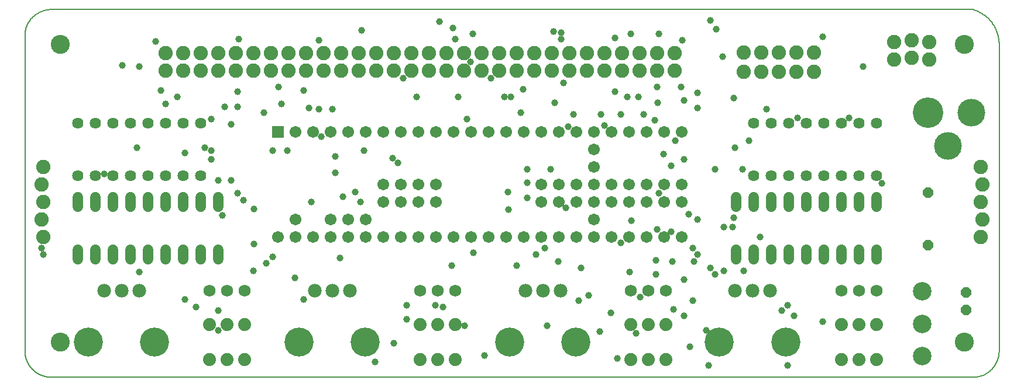
<source format=gts>
G75*
%MOIN*%
%OFA0B0*%
%FSLAX25Y25*%
%IPPOS*%
%LPD*%
%AMOC8*
5,1,8,0,0,1.08239X$1,22.5*
%
%ADD10C,0.00000*%
%ADD11C,0.10800*%
%ADD12C,0.00600*%
%ADD13C,0.08200*%
%ADD14C,0.06000*%
%ADD15C,0.06400*%
%ADD16C,0.07400*%
%ADD17C,0.07800*%
%ADD18C,0.16548*%
%ADD19C,0.06800*%
%ADD20C,0.17398*%
%ADD21C,0.15824*%
%ADD22OC8,0.06000*%
%ADD23C,0.10544*%
%ADD24C,0.06737*%
%ADD25R,0.06737X0.06737*%
%ADD26C,0.03900*%
D10*
X0019000Y0021300D02*
X0019002Y0021441D01*
X0019008Y0021582D01*
X0019018Y0021722D01*
X0019032Y0021862D01*
X0019050Y0022002D01*
X0019071Y0022141D01*
X0019097Y0022280D01*
X0019126Y0022418D01*
X0019160Y0022554D01*
X0019197Y0022690D01*
X0019238Y0022825D01*
X0019283Y0022959D01*
X0019332Y0023091D01*
X0019384Y0023222D01*
X0019440Y0023351D01*
X0019500Y0023478D01*
X0019563Y0023604D01*
X0019629Y0023728D01*
X0019700Y0023851D01*
X0019773Y0023971D01*
X0019850Y0024089D01*
X0019930Y0024205D01*
X0020014Y0024318D01*
X0020100Y0024429D01*
X0020190Y0024538D01*
X0020283Y0024644D01*
X0020378Y0024747D01*
X0020477Y0024848D01*
X0020578Y0024946D01*
X0020682Y0025041D01*
X0020789Y0025133D01*
X0020898Y0025222D01*
X0021010Y0025307D01*
X0021124Y0025390D01*
X0021240Y0025470D01*
X0021359Y0025546D01*
X0021480Y0025618D01*
X0021602Y0025688D01*
X0021727Y0025753D01*
X0021853Y0025816D01*
X0021981Y0025874D01*
X0022111Y0025929D01*
X0022242Y0025981D01*
X0022375Y0026028D01*
X0022509Y0026072D01*
X0022644Y0026113D01*
X0022780Y0026149D01*
X0022917Y0026181D01*
X0023055Y0026210D01*
X0023193Y0026235D01*
X0023333Y0026255D01*
X0023473Y0026272D01*
X0023613Y0026285D01*
X0023754Y0026294D01*
X0023894Y0026299D01*
X0024035Y0026300D01*
X0024176Y0026297D01*
X0024317Y0026290D01*
X0024457Y0026279D01*
X0024597Y0026264D01*
X0024737Y0026245D01*
X0024876Y0026223D01*
X0025014Y0026196D01*
X0025152Y0026166D01*
X0025288Y0026131D01*
X0025424Y0026093D01*
X0025558Y0026051D01*
X0025692Y0026005D01*
X0025824Y0025956D01*
X0025954Y0025902D01*
X0026083Y0025845D01*
X0026210Y0025785D01*
X0026336Y0025721D01*
X0026459Y0025653D01*
X0026581Y0025582D01*
X0026701Y0025508D01*
X0026818Y0025430D01*
X0026933Y0025349D01*
X0027046Y0025265D01*
X0027157Y0025178D01*
X0027265Y0025087D01*
X0027370Y0024994D01*
X0027473Y0024897D01*
X0027573Y0024798D01*
X0027670Y0024696D01*
X0027764Y0024591D01*
X0027855Y0024484D01*
X0027943Y0024374D01*
X0028028Y0024262D01*
X0028110Y0024147D01*
X0028189Y0024030D01*
X0028264Y0023911D01*
X0028336Y0023790D01*
X0028404Y0023667D01*
X0028469Y0023542D01*
X0028531Y0023415D01*
X0028588Y0023286D01*
X0028643Y0023156D01*
X0028693Y0023025D01*
X0028740Y0022892D01*
X0028783Y0022758D01*
X0028822Y0022622D01*
X0028857Y0022486D01*
X0028889Y0022349D01*
X0028916Y0022211D01*
X0028940Y0022072D01*
X0028960Y0021932D01*
X0028976Y0021792D01*
X0028988Y0021652D01*
X0028996Y0021511D01*
X0029000Y0021370D01*
X0029000Y0021230D01*
X0028996Y0021089D01*
X0028988Y0020948D01*
X0028976Y0020808D01*
X0028960Y0020668D01*
X0028940Y0020528D01*
X0028916Y0020389D01*
X0028889Y0020251D01*
X0028857Y0020114D01*
X0028822Y0019978D01*
X0028783Y0019842D01*
X0028740Y0019708D01*
X0028693Y0019575D01*
X0028643Y0019444D01*
X0028588Y0019314D01*
X0028531Y0019185D01*
X0028469Y0019058D01*
X0028404Y0018933D01*
X0028336Y0018810D01*
X0028264Y0018689D01*
X0028189Y0018570D01*
X0028110Y0018453D01*
X0028028Y0018338D01*
X0027943Y0018226D01*
X0027855Y0018116D01*
X0027764Y0018009D01*
X0027670Y0017904D01*
X0027573Y0017802D01*
X0027473Y0017703D01*
X0027370Y0017606D01*
X0027265Y0017513D01*
X0027157Y0017422D01*
X0027046Y0017335D01*
X0026933Y0017251D01*
X0026818Y0017170D01*
X0026701Y0017092D01*
X0026581Y0017018D01*
X0026459Y0016947D01*
X0026336Y0016879D01*
X0026210Y0016815D01*
X0026083Y0016755D01*
X0025954Y0016698D01*
X0025824Y0016644D01*
X0025692Y0016595D01*
X0025558Y0016549D01*
X0025424Y0016507D01*
X0025288Y0016469D01*
X0025152Y0016434D01*
X0025014Y0016404D01*
X0024876Y0016377D01*
X0024737Y0016355D01*
X0024597Y0016336D01*
X0024457Y0016321D01*
X0024317Y0016310D01*
X0024176Y0016303D01*
X0024035Y0016300D01*
X0023894Y0016301D01*
X0023754Y0016306D01*
X0023613Y0016315D01*
X0023473Y0016328D01*
X0023333Y0016345D01*
X0023193Y0016365D01*
X0023055Y0016390D01*
X0022917Y0016419D01*
X0022780Y0016451D01*
X0022644Y0016487D01*
X0022509Y0016528D01*
X0022375Y0016572D01*
X0022242Y0016619D01*
X0022111Y0016671D01*
X0021981Y0016726D01*
X0021853Y0016784D01*
X0021727Y0016847D01*
X0021602Y0016912D01*
X0021480Y0016982D01*
X0021359Y0017054D01*
X0021240Y0017130D01*
X0021124Y0017210D01*
X0021010Y0017293D01*
X0020898Y0017378D01*
X0020789Y0017467D01*
X0020682Y0017559D01*
X0020578Y0017654D01*
X0020477Y0017752D01*
X0020378Y0017853D01*
X0020283Y0017956D01*
X0020190Y0018062D01*
X0020100Y0018171D01*
X0020014Y0018282D01*
X0019930Y0018395D01*
X0019850Y0018511D01*
X0019773Y0018629D01*
X0019700Y0018749D01*
X0019629Y0018872D01*
X0019563Y0018996D01*
X0019500Y0019122D01*
X0019440Y0019249D01*
X0019384Y0019378D01*
X0019332Y0019509D01*
X0019283Y0019641D01*
X0019238Y0019775D01*
X0019197Y0019910D01*
X0019160Y0020046D01*
X0019126Y0020182D01*
X0019097Y0020320D01*
X0019071Y0020459D01*
X0019050Y0020598D01*
X0019032Y0020738D01*
X0019018Y0020878D01*
X0019008Y0021018D01*
X0019002Y0021159D01*
X0019000Y0021300D01*
X0019000Y0191300D02*
X0019002Y0191441D01*
X0019008Y0191582D01*
X0019018Y0191722D01*
X0019032Y0191862D01*
X0019050Y0192002D01*
X0019071Y0192141D01*
X0019097Y0192280D01*
X0019126Y0192418D01*
X0019160Y0192554D01*
X0019197Y0192690D01*
X0019238Y0192825D01*
X0019283Y0192959D01*
X0019332Y0193091D01*
X0019384Y0193222D01*
X0019440Y0193351D01*
X0019500Y0193478D01*
X0019563Y0193604D01*
X0019629Y0193728D01*
X0019700Y0193851D01*
X0019773Y0193971D01*
X0019850Y0194089D01*
X0019930Y0194205D01*
X0020014Y0194318D01*
X0020100Y0194429D01*
X0020190Y0194538D01*
X0020283Y0194644D01*
X0020378Y0194747D01*
X0020477Y0194848D01*
X0020578Y0194946D01*
X0020682Y0195041D01*
X0020789Y0195133D01*
X0020898Y0195222D01*
X0021010Y0195307D01*
X0021124Y0195390D01*
X0021240Y0195470D01*
X0021359Y0195546D01*
X0021480Y0195618D01*
X0021602Y0195688D01*
X0021727Y0195753D01*
X0021853Y0195816D01*
X0021981Y0195874D01*
X0022111Y0195929D01*
X0022242Y0195981D01*
X0022375Y0196028D01*
X0022509Y0196072D01*
X0022644Y0196113D01*
X0022780Y0196149D01*
X0022917Y0196181D01*
X0023055Y0196210D01*
X0023193Y0196235D01*
X0023333Y0196255D01*
X0023473Y0196272D01*
X0023613Y0196285D01*
X0023754Y0196294D01*
X0023894Y0196299D01*
X0024035Y0196300D01*
X0024176Y0196297D01*
X0024317Y0196290D01*
X0024457Y0196279D01*
X0024597Y0196264D01*
X0024737Y0196245D01*
X0024876Y0196223D01*
X0025014Y0196196D01*
X0025152Y0196166D01*
X0025288Y0196131D01*
X0025424Y0196093D01*
X0025558Y0196051D01*
X0025692Y0196005D01*
X0025824Y0195956D01*
X0025954Y0195902D01*
X0026083Y0195845D01*
X0026210Y0195785D01*
X0026336Y0195721D01*
X0026459Y0195653D01*
X0026581Y0195582D01*
X0026701Y0195508D01*
X0026818Y0195430D01*
X0026933Y0195349D01*
X0027046Y0195265D01*
X0027157Y0195178D01*
X0027265Y0195087D01*
X0027370Y0194994D01*
X0027473Y0194897D01*
X0027573Y0194798D01*
X0027670Y0194696D01*
X0027764Y0194591D01*
X0027855Y0194484D01*
X0027943Y0194374D01*
X0028028Y0194262D01*
X0028110Y0194147D01*
X0028189Y0194030D01*
X0028264Y0193911D01*
X0028336Y0193790D01*
X0028404Y0193667D01*
X0028469Y0193542D01*
X0028531Y0193415D01*
X0028588Y0193286D01*
X0028643Y0193156D01*
X0028693Y0193025D01*
X0028740Y0192892D01*
X0028783Y0192758D01*
X0028822Y0192622D01*
X0028857Y0192486D01*
X0028889Y0192349D01*
X0028916Y0192211D01*
X0028940Y0192072D01*
X0028960Y0191932D01*
X0028976Y0191792D01*
X0028988Y0191652D01*
X0028996Y0191511D01*
X0029000Y0191370D01*
X0029000Y0191230D01*
X0028996Y0191089D01*
X0028988Y0190948D01*
X0028976Y0190808D01*
X0028960Y0190668D01*
X0028940Y0190528D01*
X0028916Y0190389D01*
X0028889Y0190251D01*
X0028857Y0190114D01*
X0028822Y0189978D01*
X0028783Y0189842D01*
X0028740Y0189708D01*
X0028693Y0189575D01*
X0028643Y0189444D01*
X0028588Y0189314D01*
X0028531Y0189185D01*
X0028469Y0189058D01*
X0028404Y0188933D01*
X0028336Y0188810D01*
X0028264Y0188689D01*
X0028189Y0188570D01*
X0028110Y0188453D01*
X0028028Y0188338D01*
X0027943Y0188226D01*
X0027855Y0188116D01*
X0027764Y0188009D01*
X0027670Y0187904D01*
X0027573Y0187802D01*
X0027473Y0187703D01*
X0027370Y0187606D01*
X0027265Y0187513D01*
X0027157Y0187422D01*
X0027046Y0187335D01*
X0026933Y0187251D01*
X0026818Y0187170D01*
X0026701Y0187092D01*
X0026581Y0187018D01*
X0026459Y0186947D01*
X0026336Y0186879D01*
X0026210Y0186815D01*
X0026083Y0186755D01*
X0025954Y0186698D01*
X0025824Y0186644D01*
X0025692Y0186595D01*
X0025558Y0186549D01*
X0025424Y0186507D01*
X0025288Y0186469D01*
X0025152Y0186434D01*
X0025014Y0186404D01*
X0024876Y0186377D01*
X0024737Y0186355D01*
X0024597Y0186336D01*
X0024457Y0186321D01*
X0024317Y0186310D01*
X0024176Y0186303D01*
X0024035Y0186300D01*
X0023894Y0186301D01*
X0023754Y0186306D01*
X0023613Y0186315D01*
X0023473Y0186328D01*
X0023333Y0186345D01*
X0023193Y0186365D01*
X0023055Y0186390D01*
X0022917Y0186419D01*
X0022780Y0186451D01*
X0022644Y0186487D01*
X0022509Y0186528D01*
X0022375Y0186572D01*
X0022242Y0186619D01*
X0022111Y0186671D01*
X0021981Y0186726D01*
X0021853Y0186784D01*
X0021727Y0186847D01*
X0021602Y0186912D01*
X0021480Y0186982D01*
X0021359Y0187054D01*
X0021240Y0187130D01*
X0021124Y0187210D01*
X0021010Y0187293D01*
X0020898Y0187378D01*
X0020789Y0187467D01*
X0020682Y0187559D01*
X0020578Y0187654D01*
X0020477Y0187752D01*
X0020378Y0187853D01*
X0020283Y0187956D01*
X0020190Y0188062D01*
X0020100Y0188171D01*
X0020014Y0188282D01*
X0019930Y0188395D01*
X0019850Y0188511D01*
X0019773Y0188629D01*
X0019700Y0188749D01*
X0019629Y0188872D01*
X0019563Y0188996D01*
X0019500Y0189122D01*
X0019440Y0189249D01*
X0019384Y0189378D01*
X0019332Y0189509D01*
X0019283Y0189641D01*
X0019238Y0189775D01*
X0019197Y0189910D01*
X0019160Y0190046D01*
X0019126Y0190182D01*
X0019097Y0190320D01*
X0019071Y0190459D01*
X0019050Y0190598D01*
X0019032Y0190738D01*
X0019018Y0190878D01*
X0019008Y0191018D01*
X0019002Y0191159D01*
X0019000Y0191300D01*
X0534000Y0191300D02*
X0534002Y0191441D01*
X0534008Y0191582D01*
X0534018Y0191722D01*
X0534032Y0191862D01*
X0534050Y0192002D01*
X0534071Y0192141D01*
X0534097Y0192280D01*
X0534126Y0192418D01*
X0534160Y0192554D01*
X0534197Y0192690D01*
X0534238Y0192825D01*
X0534283Y0192959D01*
X0534332Y0193091D01*
X0534384Y0193222D01*
X0534440Y0193351D01*
X0534500Y0193478D01*
X0534563Y0193604D01*
X0534629Y0193728D01*
X0534700Y0193851D01*
X0534773Y0193971D01*
X0534850Y0194089D01*
X0534930Y0194205D01*
X0535014Y0194318D01*
X0535100Y0194429D01*
X0535190Y0194538D01*
X0535283Y0194644D01*
X0535378Y0194747D01*
X0535477Y0194848D01*
X0535578Y0194946D01*
X0535682Y0195041D01*
X0535789Y0195133D01*
X0535898Y0195222D01*
X0536010Y0195307D01*
X0536124Y0195390D01*
X0536240Y0195470D01*
X0536359Y0195546D01*
X0536480Y0195618D01*
X0536602Y0195688D01*
X0536727Y0195753D01*
X0536853Y0195816D01*
X0536981Y0195874D01*
X0537111Y0195929D01*
X0537242Y0195981D01*
X0537375Y0196028D01*
X0537509Y0196072D01*
X0537644Y0196113D01*
X0537780Y0196149D01*
X0537917Y0196181D01*
X0538055Y0196210D01*
X0538193Y0196235D01*
X0538333Y0196255D01*
X0538473Y0196272D01*
X0538613Y0196285D01*
X0538754Y0196294D01*
X0538894Y0196299D01*
X0539035Y0196300D01*
X0539176Y0196297D01*
X0539317Y0196290D01*
X0539457Y0196279D01*
X0539597Y0196264D01*
X0539737Y0196245D01*
X0539876Y0196223D01*
X0540014Y0196196D01*
X0540152Y0196166D01*
X0540288Y0196131D01*
X0540424Y0196093D01*
X0540558Y0196051D01*
X0540692Y0196005D01*
X0540824Y0195956D01*
X0540954Y0195902D01*
X0541083Y0195845D01*
X0541210Y0195785D01*
X0541336Y0195721D01*
X0541459Y0195653D01*
X0541581Y0195582D01*
X0541701Y0195508D01*
X0541818Y0195430D01*
X0541933Y0195349D01*
X0542046Y0195265D01*
X0542157Y0195178D01*
X0542265Y0195087D01*
X0542370Y0194994D01*
X0542473Y0194897D01*
X0542573Y0194798D01*
X0542670Y0194696D01*
X0542764Y0194591D01*
X0542855Y0194484D01*
X0542943Y0194374D01*
X0543028Y0194262D01*
X0543110Y0194147D01*
X0543189Y0194030D01*
X0543264Y0193911D01*
X0543336Y0193790D01*
X0543404Y0193667D01*
X0543469Y0193542D01*
X0543531Y0193415D01*
X0543588Y0193286D01*
X0543643Y0193156D01*
X0543693Y0193025D01*
X0543740Y0192892D01*
X0543783Y0192758D01*
X0543822Y0192622D01*
X0543857Y0192486D01*
X0543889Y0192349D01*
X0543916Y0192211D01*
X0543940Y0192072D01*
X0543960Y0191932D01*
X0543976Y0191792D01*
X0543988Y0191652D01*
X0543996Y0191511D01*
X0544000Y0191370D01*
X0544000Y0191230D01*
X0543996Y0191089D01*
X0543988Y0190948D01*
X0543976Y0190808D01*
X0543960Y0190668D01*
X0543940Y0190528D01*
X0543916Y0190389D01*
X0543889Y0190251D01*
X0543857Y0190114D01*
X0543822Y0189978D01*
X0543783Y0189842D01*
X0543740Y0189708D01*
X0543693Y0189575D01*
X0543643Y0189444D01*
X0543588Y0189314D01*
X0543531Y0189185D01*
X0543469Y0189058D01*
X0543404Y0188933D01*
X0543336Y0188810D01*
X0543264Y0188689D01*
X0543189Y0188570D01*
X0543110Y0188453D01*
X0543028Y0188338D01*
X0542943Y0188226D01*
X0542855Y0188116D01*
X0542764Y0188009D01*
X0542670Y0187904D01*
X0542573Y0187802D01*
X0542473Y0187703D01*
X0542370Y0187606D01*
X0542265Y0187513D01*
X0542157Y0187422D01*
X0542046Y0187335D01*
X0541933Y0187251D01*
X0541818Y0187170D01*
X0541701Y0187092D01*
X0541581Y0187018D01*
X0541459Y0186947D01*
X0541336Y0186879D01*
X0541210Y0186815D01*
X0541083Y0186755D01*
X0540954Y0186698D01*
X0540824Y0186644D01*
X0540692Y0186595D01*
X0540558Y0186549D01*
X0540424Y0186507D01*
X0540288Y0186469D01*
X0540152Y0186434D01*
X0540014Y0186404D01*
X0539876Y0186377D01*
X0539737Y0186355D01*
X0539597Y0186336D01*
X0539457Y0186321D01*
X0539317Y0186310D01*
X0539176Y0186303D01*
X0539035Y0186300D01*
X0538894Y0186301D01*
X0538754Y0186306D01*
X0538613Y0186315D01*
X0538473Y0186328D01*
X0538333Y0186345D01*
X0538193Y0186365D01*
X0538055Y0186390D01*
X0537917Y0186419D01*
X0537780Y0186451D01*
X0537644Y0186487D01*
X0537509Y0186528D01*
X0537375Y0186572D01*
X0537242Y0186619D01*
X0537111Y0186671D01*
X0536981Y0186726D01*
X0536853Y0186784D01*
X0536727Y0186847D01*
X0536602Y0186912D01*
X0536480Y0186982D01*
X0536359Y0187054D01*
X0536240Y0187130D01*
X0536124Y0187210D01*
X0536010Y0187293D01*
X0535898Y0187378D01*
X0535789Y0187467D01*
X0535682Y0187559D01*
X0535578Y0187654D01*
X0535477Y0187752D01*
X0535378Y0187853D01*
X0535283Y0187956D01*
X0535190Y0188062D01*
X0535100Y0188171D01*
X0535014Y0188282D01*
X0534930Y0188395D01*
X0534850Y0188511D01*
X0534773Y0188629D01*
X0534700Y0188749D01*
X0534629Y0188872D01*
X0534563Y0188996D01*
X0534500Y0189122D01*
X0534440Y0189249D01*
X0534384Y0189378D01*
X0534332Y0189509D01*
X0534283Y0189641D01*
X0534238Y0189775D01*
X0534197Y0189910D01*
X0534160Y0190046D01*
X0534126Y0190182D01*
X0534097Y0190320D01*
X0534071Y0190459D01*
X0534050Y0190598D01*
X0534032Y0190738D01*
X0534018Y0190878D01*
X0534008Y0191018D01*
X0534002Y0191159D01*
X0534000Y0191300D01*
X0534000Y0021300D02*
X0534002Y0021441D01*
X0534008Y0021582D01*
X0534018Y0021722D01*
X0534032Y0021862D01*
X0534050Y0022002D01*
X0534071Y0022141D01*
X0534097Y0022280D01*
X0534126Y0022418D01*
X0534160Y0022554D01*
X0534197Y0022690D01*
X0534238Y0022825D01*
X0534283Y0022959D01*
X0534332Y0023091D01*
X0534384Y0023222D01*
X0534440Y0023351D01*
X0534500Y0023478D01*
X0534563Y0023604D01*
X0534629Y0023728D01*
X0534700Y0023851D01*
X0534773Y0023971D01*
X0534850Y0024089D01*
X0534930Y0024205D01*
X0535014Y0024318D01*
X0535100Y0024429D01*
X0535190Y0024538D01*
X0535283Y0024644D01*
X0535378Y0024747D01*
X0535477Y0024848D01*
X0535578Y0024946D01*
X0535682Y0025041D01*
X0535789Y0025133D01*
X0535898Y0025222D01*
X0536010Y0025307D01*
X0536124Y0025390D01*
X0536240Y0025470D01*
X0536359Y0025546D01*
X0536480Y0025618D01*
X0536602Y0025688D01*
X0536727Y0025753D01*
X0536853Y0025816D01*
X0536981Y0025874D01*
X0537111Y0025929D01*
X0537242Y0025981D01*
X0537375Y0026028D01*
X0537509Y0026072D01*
X0537644Y0026113D01*
X0537780Y0026149D01*
X0537917Y0026181D01*
X0538055Y0026210D01*
X0538193Y0026235D01*
X0538333Y0026255D01*
X0538473Y0026272D01*
X0538613Y0026285D01*
X0538754Y0026294D01*
X0538894Y0026299D01*
X0539035Y0026300D01*
X0539176Y0026297D01*
X0539317Y0026290D01*
X0539457Y0026279D01*
X0539597Y0026264D01*
X0539737Y0026245D01*
X0539876Y0026223D01*
X0540014Y0026196D01*
X0540152Y0026166D01*
X0540288Y0026131D01*
X0540424Y0026093D01*
X0540558Y0026051D01*
X0540692Y0026005D01*
X0540824Y0025956D01*
X0540954Y0025902D01*
X0541083Y0025845D01*
X0541210Y0025785D01*
X0541336Y0025721D01*
X0541459Y0025653D01*
X0541581Y0025582D01*
X0541701Y0025508D01*
X0541818Y0025430D01*
X0541933Y0025349D01*
X0542046Y0025265D01*
X0542157Y0025178D01*
X0542265Y0025087D01*
X0542370Y0024994D01*
X0542473Y0024897D01*
X0542573Y0024798D01*
X0542670Y0024696D01*
X0542764Y0024591D01*
X0542855Y0024484D01*
X0542943Y0024374D01*
X0543028Y0024262D01*
X0543110Y0024147D01*
X0543189Y0024030D01*
X0543264Y0023911D01*
X0543336Y0023790D01*
X0543404Y0023667D01*
X0543469Y0023542D01*
X0543531Y0023415D01*
X0543588Y0023286D01*
X0543643Y0023156D01*
X0543693Y0023025D01*
X0543740Y0022892D01*
X0543783Y0022758D01*
X0543822Y0022622D01*
X0543857Y0022486D01*
X0543889Y0022349D01*
X0543916Y0022211D01*
X0543940Y0022072D01*
X0543960Y0021932D01*
X0543976Y0021792D01*
X0543988Y0021652D01*
X0543996Y0021511D01*
X0544000Y0021370D01*
X0544000Y0021230D01*
X0543996Y0021089D01*
X0543988Y0020948D01*
X0543976Y0020808D01*
X0543960Y0020668D01*
X0543940Y0020528D01*
X0543916Y0020389D01*
X0543889Y0020251D01*
X0543857Y0020114D01*
X0543822Y0019978D01*
X0543783Y0019842D01*
X0543740Y0019708D01*
X0543693Y0019575D01*
X0543643Y0019444D01*
X0543588Y0019314D01*
X0543531Y0019185D01*
X0543469Y0019058D01*
X0543404Y0018933D01*
X0543336Y0018810D01*
X0543264Y0018689D01*
X0543189Y0018570D01*
X0543110Y0018453D01*
X0543028Y0018338D01*
X0542943Y0018226D01*
X0542855Y0018116D01*
X0542764Y0018009D01*
X0542670Y0017904D01*
X0542573Y0017802D01*
X0542473Y0017703D01*
X0542370Y0017606D01*
X0542265Y0017513D01*
X0542157Y0017422D01*
X0542046Y0017335D01*
X0541933Y0017251D01*
X0541818Y0017170D01*
X0541701Y0017092D01*
X0541581Y0017018D01*
X0541459Y0016947D01*
X0541336Y0016879D01*
X0541210Y0016815D01*
X0541083Y0016755D01*
X0540954Y0016698D01*
X0540824Y0016644D01*
X0540692Y0016595D01*
X0540558Y0016549D01*
X0540424Y0016507D01*
X0540288Y0016469D01*
X0540152Y0016434D01*
X0540014Y0016404D01*
X0539876Y0016377D01*
X0539737Y0016355D01*
X0539597Y0016336D01*
X0539457Y0016321D01*
X0539317Y0016310D01*
X0539176Y0016303D01*
X0539035Y0016300D01*
X0538894Y0016301D01*
X0538754Y0016306D01*
X0538613Y0016315D01*
X0538473Y0016328D01*
X0538333Y0016345D01*
X0538193Y0016365D01*
X0538055Y0016390D01*
X0537917Y0016419D01*
X0537780Y0016451D01*
X0537644Y0016487D01*
X0537509Y0016528D01*
X0537375Y0016572D01*
X0537242Y0016619D01*
X0537111Y0016671D01*
X0536981Y0016726D01*
X0536853Y0016784D01*
X0536727Y0016847D01*
X0536602Y0016912D01*
X0536480Y0016982D01*
X0536359Y0017054D01*
X0536240Y0017130D01*
X0536124Y0017210D01*
X0536010Y0017293D01*
X0535898Y0017378D01*
X0535789Y0017467D01*
X0535682Y0017559D01*
X0535578Y0017654D01*
X0535477Y0017752D01*
X0535378Y0017853D01*
X0535283Y0017956D01*
X0535190Y0018062D01*
X0535100Y0018171D01*
X0535014Y0018282D01*
X0534930Y0018395D01*
X0534850Y0018511D01*
X0534773Y0018629D01*
X0534700Y0018749D01*
X0534629Y0018872D01*
X0534563Y0018996D01*
X0534500Y0019122D01*
X0534440Y0019249D01*
X0534384Y0019378D01*
X0534332Y0019509D01*
X0534283Y0019641D01*
X0534238Y0019775D01*
X0534197Y0019910D01*
X0534160Y0020046D01*
X0534126Y0020182D01*
X0534097Y0020320D01*
X0534071Y0020459D01*
X0534050Y0020598D01*
X0534032Y0020738D01*
X0534018Y0020878D01*
X0534008Y0021018D01*
X0534002Y0021159D01*
X0534000Y0021300D01*
D11*
X0539000Y0021300D03*
X0539000Y0191300D03*
X0024000Y0191300D03*
X0024000Y0021300D03*
D12*
X0019000Y0001300D02*
X0544000Y0001300D01*
X0544362Y0001304D01*
X0544725Y0001318D01*
X0545087Y0001339D01*
X0545448Y0001370D01*
X0545808Y0001409D01*
X0546167Y0001457D01*
X0546525Y0001514D01*
X0546882Y0001579D01*
X0547237Y0001653D01*
X0547590Y0001736D01*
X0547941Y0001827D01*
X0548289Y0001926D01*
X0548635Y0002034D01*
X0548979Y0002150D01*
X0549319Y0002275D01*
X0549656Y0002407D01*
X0549990Y0002548D01*
X0550321Y0002697D01*
X0550648Y0002854D01*
X0550971Y0003018D01*
X0551290Y0003190D01*
X0551604Y0003370D01*
X0551915Y0003558D01*
X0552220Y0003753D01*
X0552521Y0003955D01*
X0552817Y0004165D01*
X0553107Y0004381D01*
X0553393Y0004605D01*
X0553673Y0004835D01*
X0553947Y0005072D01*
X0554215Y0005316D01*
X0554478Y0005566D01*
X0554734Y0005822D01*
X0554984Y0006085D01*
X0555228Y0006353D01*
X0555465Y0006627D01*
X0555695Y0006907D01*
X0555919Y0007193D01*
X0556135Y0007483D01*
X0556345Y0007779D01*
X0556547Y0008080D01*
X0556742Y0008385D01*
X0556930Y0008696D01*
X0557110Y0009010D01*
X0557282Y0009329D01*
X0557446Y0009652D01*
X0557603Y0009979D01*
X0557752Y0010310D01*
X0557893Y0010644D01*
X0558025Y0010981D01*
X0558150Y0011321D01*
X0558266Y0011665D01*
X0558374Y0012011D01*
X0558473Y0012359D01*
X0558564Y0012710D01*
X0558647Y0013063D01*
X0558721Y0013418D01*
X0558786Y0013775D01*
X0558843Y0014133D01*
X0558891Y0014492D01*
X0558930Y0014852D01*
X0558961Y0015213D01*
X0558982Y0015575D01*
X0558996Y0015938D01*
X0559000Y0016300D01*
X0559000Y0191300D01*
X0558994Y0191806D01*
X0558975Y0192311D01*
X0558945Y0192816D01*
X0558902Y0193320D01*
X0558847Y0193823D01*
X0558779Y0194325D01*
X0558700Y0194824D01*
X0558608Y0195322D01*
X0558504Y0195817D01*
X0558389Y0196309D01*
X0558261Y0196799D01*
X0558122Y0197285D01*
X0557971Y0197768D01*
X0557808Y0198247D01*
X0557633Y0198722D01*
X0557447Y0199192D01*
X0557250Y0199658D01*
X0557041Y0200119D01*
X0556822Y0200574D01*
X0556591Y0201025D01*
X0556349Y0201469D01*
X0556097Y0201908D01*
X0555834Y0202340D01*
X0555561Y0202766D01*
X0555278Y0203185D01*
X0554984Y0203597D01*
X0554680Y0204001D01*
X0554367Y0204398D01*
X0554044Y0204788D01*
X0553712Y0205169D01*
X0553371Y0205543D01*
X0553021Y0205908D01*
X0552661Y0206264D01*
X0552294Y0206612D01*
X0551918Y0206950D01*
X0551534Y0207279D01*
X0551142Y0207599D01*
X0550742Y0207909D01*
X0550335Y0208210D01*
X0549921Y0208500D01*
X0549500Y0208781D01*
X0549072Y0209051D01*
X0548638Y0209310D01*
X0548198Y0209559D01*
X0547751Y0209797D01*
X0547299Y0210025D01*
X0546842Y0210241D01*
X0546380Y0210446D01*
X0545912Y0210640D01*
X0545440Y0210822D01*
X0544964Y0210993D01*
X0544484Y0211152D01*
X0544000Y0211300D01*
X0019000Y0211300D01*
X0018638Y0211296D01*
X0018275Y0211282D01*
X0017913Y0211261D01*
X0017552Y0211230D01*
X0017192Y0211191D01*
X0016833Y0211143D01*
X0016475Y0211086D01*
X0016118Y0211021D01*
X0015763Y0210947D01*
X0015410Y0210864D01*
X0015059Y0210773D01*
X0014711Y0210674D01*
X0014365Y0210566D01*
X0014021Y0210450D01*
X0013681Y0210325D01*
X0013344Y0210193D01*
X0013010Y0210052D01*
X0012679Y0209903D01*
X0012352Y0209746D01*
X0012029Y0209582D01*
X0011710Y0209410D01*
X0011396Y0209230D01*
X0011085Y0209042D01*
X0010780Y0208847D01*
X0010479Y0208645D01*
X0010183Y0208435D01*
X0009893Y0208219D01*
X0009607Y0207995D01*
X0009327Y0207765D01*
X0009053Y0207528D01*
X0008785Y0207284D01*
X0008522Y0207034D01*
X0008266Y0206778D01*
X0008016Y0206515D01*
X0007772Y0206247D01*
X0007535Y0205973D01*
X0007305Y0205693D01*
X0007081Y0205407D01*
X0006865Y0205117D01*
X0006655Y0204821D01*
X0006453Y0204520D01*
X0006258Y0204215D01*
X0006070Y0203904D01*
X0005890Y0203590D01*
X0005718Y0203271D01*
X0005554Y0202948D01*
X0005397Y0202621D01*
X0005248Y0202290D01*
X0005107Y0201956D01*
X0004975Y0201619D01*
X0004850Y0201279D01*
X0004734Y0200935D01*
X0004626Y0200589D01*
X0004527Y0200241D01*
X0004436Y0199890D01*
X0004353Y0199537D01*
X0004279Y0199182D01*
X0004214Y0198825D01*
X0004157Y0198467D01*
X0004109Y0198108D01*
X0004070Y0197748D01*
X0004039Y0197387D01*
X0004018Y0197025D01*
X0004004Y0196662D01*
X0004000Y0196300D01*
X0004000Y0016300D01*
X0004004Y0015938D01*
X0004018Y0015575D01*
X0004039Y0015213D01*
X0004070Y0014852D01*
X0004109Y0014492D01*
X0004157Y0014133D01*
X0004214Y0013775D01*
X0004279Y0013418D01*
X0004353Y0013063D01*
X0004436Y0012710D01*
X0004527Y0012359D01*
X0004626Y0012011D01*
X0004734Y0011665D01*
X0004850Y0011321D01*
X0004975Y0010981D01*
X0005107Y0010644D01*
X0005248Y0010310D01*
X0005397Y0009979D01*
X0005554Y0009652D01*
X0005718Y0009329D01*
X0005890Y0009010D01*
X0006070Y0008696D01*
X0006258Y0008385D01*
X0006453Y0008080D01*
X0006655Y0007779D01*
X0006865Y0007483D01*
X0007081Y0007193D01*
X0007305Y0006907D01*
X0007535Y0006627D01*
X0007772Y0006353D01*
X0008016Y0006085D01*
X0008266Y0005822D01*
X0008522Y0005566D01*
X0008785Y0005316D01*
X0009053Y0005072D01*
X0009327Y0004835D01*
X0009607Y0004605D01*
X0009893Y0004381D01*
X0010183Y0004165D01*
X0010479Y0003955D01*
X0010780Y0003753D01*
X0011085Y0003558D01*
X0011396Y0003370D01*
X0011710Y0003190D01*
X0012029Y0003018D01*
X0012352Y0002854D01*
X0012679Y0002697D01*
X0013010Y0002548D01*
X0013344Y0002407D01*
X0013681Y0002275D01*
X0014021Y0002150D01*
X0014365Y0002034D01*
X0014711Y0001926D01*
X0015059Y0001827D01*
X0015410Y0001736D01*
X0015763Y0001653D01*
X0016118Y0001579D01*
X0016475Y0001514D01*
X0016833Y0001457D01*
X0017192Y0001409D01*
X0017552Y0001370D01*
X0017913Y0001339D01*
X0018275Y0001318D01*
X0018638Y0001304D01*
X0019000Y0001300D01*
D13*
X0014500Y0081300D03*
X0013500Y0091300D03*
X0014500Y0101300D03*
X0013500Y0111300D03*
X0014500Y0121300D03*
X0084000Y0176300D03*
X0094000Y0176300D03*
X0104000Y0176300D03*
X0114000Y0176300D03*
X0124000Y0176300D03*
X0134000Y0176300D03*
X0144000Y0176300D03*
X0154000Y0176300D03*
X0164000Y0176300D03*
X0174000Y0176300D03*
X0184000Y0176300D03*
X0194000Y0176300D03*
X0204000Y0176300D03*
X0214000Y0176300D03*
X0224000Y0176300D03*
X0234000Y0176300D03*
X0244000Y0176300D03*
X0254000Y0176300D03*
X0264000Y0176300D03*
X0274000Y0176300D03*
X0284000Y0176300D03*
X0294000Y0176300D03*
X0304000Y0176300D03*
X0314000Y0176300D03*
X0324000Y0176300D03*
X0334000Y0176300D03*
X0344000Y0176300D03*
X0354000Y0176300D03*
X0364000Y0176300D03*
X0374000Y0176300D03*
X0374000Y0186300D03*
X0364000Y0186300D03*
X0354000Y0186300D03*
X0344000Y0186300D03*
X0334000Y0186300D03*
X0324000Y0186300D03*
X0314000Y0186300D03*
X0304000Y0186300D03*
X0294000Y0186300D03*
X0284000Y0186300D03*
X0274000Y0186300D03*
X0264000Y0186300D03*
X0254000Y0186300D03*
X0244000Y0186300D03*
X0234000Y0186300D03*
X0224000Y0186300D03*
X0214000Y0186300D03*
X0204000Y0186300D03*
X0194000Y0186300D03*
X0184000Y0186300D03*
X0174000Y0186300D03*
X0164000Y0186300D03*
X0154000Y0186300D03*
X0144000Y0186300D03*
X0134000Y0186300D03*
X0124000Y0186300D03*
X0114000Y0186300D03*
X0104000Y0186300D03*
X0094000Y0186300D03*
X0084000Y0186300D03*
X0413500Y0186800D03*
X0423500Y0186800D03*
X0433500Y0186800D03*
X0443500Y0186800D03*
X0453500Y0186800D03*
X0453500Y0175800D03*
X0443500Y0175800D03*
X0433500Y0175800D03*
X0423500Y0175800D03*
X0413500Y0175800D03*
X0499000Y0182800D03*
X0509000Y0183800D03*
X0519000Y0182800D03*
X0519000Y0192800D03*
X0509000Y0193800D03*
X0499000Y0192800D03*
X0548500Y0121300D03*
X0549500Y0111300D03*
X0548500Y0101300D03*
X0549500Y0091300D03*
X0548500Y0081300D03*
D14*
X0489000Y0073900D02*
X0489000Y0068700D01*
X0479000Y0068700D02*
X0479000Y0073900D01*
X0469000Y0073900D02*
X0469000Y0068700D01*
X0459000Y0068700D02*
X0459000Y0073900D01*
X0449000Y0073900D02*
X0449000Y0068700D01*
X0439000Y0068700D02*
X0439000Y0073900D01*
X0429000Y0073900D02*
X0429000Y0068700D01*
X0419000Y0068700D02*
X0419000Y0073900D01*
X0409000Y0073900D02*
X0409000Y0068700D01*
X0409000Y0098700D02*
X0409000Y0103900D01*
X0419000Y0103900D02*
X0419000Y0098700D01*
X0429000Y0098700D02*
X0429000Y0103900D01*
X0439000Y0103900D02*
X0439000Y0098700D01*
X0449000Y0098700D02*
X0449000Y0103900D01*
X0459000Y0103900D02*
X0459000Y0098700D01*
X0469000Y0098700D02*
X0469000Y0103900D01*
X0479000Y0103900D02*
X0479000Y0098700D01*
X0489000Y0098700D02*
X0489000Y0103900D01*
X0114000Y0103900D02*
X0114000Y0098700D01*
X0104000Y0098700D02*
X0104000Y0103900D01*
X0094000Y0103900D02*
X0094000Y0098700D01*
X0084000Y0098700D02*
X0084000Y0103900D01*
X0074000Y0103900D02*
X0074000Y0098700D01*
X0064000Y0098700D02*
X0064000Y0103900D01*
X0054000Y0103900D02*
X0054000Y0098700D01*
X0044000Y0098700D02*
X0044000Y0103900D01*
X0034000Y0103900D02*
X0034000Y0098700D01*
X0034000Y0073900D02*
X0034000Y0068700D01*
X0044000Y0068700D02*
X0044000Y0073900D01*
X0054000Y0073900D02*
X0054000Y0068700D01*
X0064000Y0068700D02*
X0064000Y0073900D01*
X0074000Y0073900D02*
X0074000Y0068700D01*
X0084000Y0068700D02*
X0084000Y0073900D01*
X0094000Y0073900D02*
X0094000Y0068700D01*
X0104000Y0068700D02*
X0104000Y0073900D01*
X0114000Y0073900D02*
X0114000Y0068700D01*
D15*
X0104000Y0116300D03*
X0094000Y0116300D03*
X0084000Y0116300D03*
X0074000Y0116300D03*
X0064000Y0116300D03*
X0054000Y0116300D03*
X0044000Y0116300D03*
X0034000Y0116300D03*
X0034000Y0146300D03*
X0044000Y0146300D03*
X0054000Y0146300D03*
X0064000Y0146300D03*
X0074000Y0146300D03*
X0084000Y0146300D03*
X0094000Y0146300D03*
X0104000Y0146300D03*
X0419000Y0146300D03*
X0429000Y0146300D03*
X0439000Y0146300D03*
X0449000Y0146300D03*
X0459000Y0146300D03*
X0469000Y0146300D03*
X0479000Y0146300D03*
X0489000Y0146300D03*
X0489000Y0116300D03*
X0479000Y0116300D03*
X0469000Y0116300D03*
X0459000Y0116300D03*
X0449000Y0116300D03*
X0439000Y0116300D03*
X0429000Y0116300D03*
X0419000Y0116300D03*
D16*
X0369000Y0031300D03*
X0359000Y0031300D03*
X0349000Y0031300D03*
X0349000Y0011300D03*
X0359000Y0011300D03*
X0369000Y0011300D03*
X0469000Y0011300D03*
X0479000Y0011300D03*
X0489000Y0011300D03*
X0489000Y0031300D03*
X0479000Y0031300D03*
X0469000Y0031300D03*
X0249000Y0031300D03*
X0239000Y0031300D03*
X0229000Y0031300D03*
X0229000Y0011300D03*
X0239000Y0011300D03*
X0249000Y0011300D03*
X0129000Y0011300D03*
X0119000Y0011300D03*
X0109000Y0011300D03*
X0109000Y0031300D03*
X0119000Y0031300D03*
X0129000Y0031300D03*
D17*
X0169000Y0050828D03*
X0179000Y0050828D03*
X0189000Y0050828D03*
X0289000Y0050828D03*
X0299000Y0050828D03*
X0309000Y0050828D03*
X0408500Y0050828D03*
X0418500Y0050828D03*
X0428500Y0050828D03*
X0069000Y0050828D03*
X0059000Y0050828D03*
X0049000Y0050828D03*
D18*
X0040102Y0021300D03*
X0077898Y0021300D03*
X0160102Y0021300D03*
X0197898Y0021300D03*
X0280102Y0021300D03*
X0317898Y0021300D03*
X0399602Y0021300D03*
X0437398Y0021300D03*
D19*
X0469000Y0050800D03*
X0479000Y0050800D03*
X0489000Y0050800D03*
X0369000Y0050800D03*
X0359000Y0050800D03*
X0349000Y0050800D03*
X0249000Y0050800D03*
X0239000Y0050800D03*
X0229000Y0050800D03*
X0129000Y0050800D03*
X0119000Y0050800D03*
X0109000Y0050800D03*
D20*
X0518457Y0152300D03*
D21*
X0543063Y0152300D03*
X0529677Y0133402D03*
D22*
X0518500Y0106800D03*
X0518500Y0076800D03*
X0540000Y0049800D03*
X0540000Y0039800D03*
D23*
X0515000Y0031800D03*
X0515000Y0013296D03*
X0515000Y0050304D03*
D24*
X0378000Y0081300D03*
X0368000Y0081300D03*
X0358000Y0081300D03*
X0348000Y0081300D03*
X0338000Y0081300D03*
X0328000Y0081300D03*
X0318000Y0081300D03*
X0308000Y0081300D03*
X0298000Y0081300D03*
X0288000Y0081300D03*
X0278000Y0081300D03*
X0268000Y0081300D03*
X0258000Y0081300D03*
X0248000Y0081300D03*
X0238000Y0081300D03*
X0228000Y0081300D03*
X0218000Y0081300D03*
X0208000Y0081300D03*
X0198000Y0081300D03*
X0188000Y0081300D03*
X0178000Y0081300D03*
X0168000Y0081300D03*
X0158000Y0081300D03*
X0148000Y0081300D03*
X0158000Y0091300D03*
X0178000Y0091300D03*
X0188000Y0091300D03*
X0198000Y0091300D03*
X0208000Y0101300D03*
X0218000Y0101300D03*
X0228000Y0101300D03*
X0238000Y0101300D03*
X0238000Y0111300D03*
X0228000Y0111300D03*
X0218000Y0111300D03*
X0208000Y0111300D03*
X0208000Y0141300D03*
X0218000Y0141300D03*
X0228000Y0141300D03*
X0238000Y0141300D03*
X0248000Y0141300D03*
X0258000Y0141300D03*
X0268000Y0141300D03*
X0278000Y0141300D03*
X0288000Y0141300D03*
X0298000Y0141300D03*
X0308000Y0141300D03*
X0318000Y0141300D03*
X0328000Y0141300D03*
X0338000Y0141300D03*
X0348000Y0141300D03*
X0358000Y0141300D03*
X0368000Y0141300D03*
X0378000Y0141300D03*
X0328000Y0131300D03*
X0328000Y0121300D03*
X0328000Y0111300D03*
X0318000Y0111300D03*
X0308000Y0111300D03*
X0298000Y0111300D03*
X0298000Y0101300D03*
X0308000Y0101300D03*
X0318000Y0101300D03*
X0328000Y0101300D03*
X0338000Y0101300D03*
X0348000Y0101300D03*
X0358000Y0101300D03*
X0368000Y0101300D03*
X0378000Y0101300D03*
X0378000Y0111300D03*
X0368000Y0111300D03*
X0358000Y0111300D03*
X0348000Y0111300D03*
X0338000Y0111300D03*
X0328000Y0091300D03*
X0198000Y0141300D03*
X0188000Y0141300D03*
X0178000Y0141300D03*
X0168000Y0141300D03*
X0158000Y0141300D03*
D25*
X0148000Y0141300D03*
D26*
X0172750Y0138800D03*
X0153375Y0130675D03*
X0145250Y0130675D03*
X0110250Y0130675D03*
X0106500Y0132550D03*
X0095250Y0129425D03*
X0110250Y0125675D03*
X0114000Y0113800D03*
X0121500Y0113800D03*
X0125250Y0106300D03*
X0128375Y0102550D03*
X0134625Y0097550D03*
X0116500Y0093800D03*
X0134625Y0077550D03*
X0145250Y0070050D03*
X0141500Y0066300D03*
X0134000Y0061925D03*
X0157750Y0058175D03*
X0183375Y0069425D03*
X0162750Y0045675D03*
X0114000Y0039425D03*
X0101500Y0041300D03*
X0095250Y0045675D03*
X0069000Y0061300D03*
X0014625Y0071300D03*
X0013375Y0075050D03*
X0049000Y0117550D03*
X0067750Y0132550D03*
X0110250Y0148800D03*
X0121500Y0145675D03*
X0140250Y0152550D03*
X0150250Y0157550D03*
X0165875Y0155050D03*
X0171500Y0154425D03*
X0179000Y0154425D03*
X0162750Y0165050D03*
X0148375Y0166925D03*
X0125250Y0164425D03*
X0125250Y0155675D03*
X0117750Y0155675D03*
X0090875Y0161300D03*
X0084000Y0157550D03*
X0081500Y0165050D03*
X0069000Y0178800D03*
X0059625Y0179425D03*
X0078375Y0193175D03*
X0125875Y0194425D03*
X0171500Y0193800D03*
X0195875Y0199425D03*
X0240250Y0204425D03*
X0247750Y0200675D03*
X0259000Y0197550D03*
X0249000Y0194425D03*
X0257750Y0181300D03*
X0269625Y0171925D03*
X0287750Y0165675D03*
X0280875Y0161300D03*
X0277125Y0161300D03*
X0286500Y0152550D03*
X0305875Y0158175D03*
X0316500Y0151300D03*
X0332125Y0151300D03*
X0343375Y0151300D03*
X0356500Y0151300D03*
X0362750Y0148175D03*
X0364625Y0158175D03*
X0353375Y0161300D03*
X0347125Y0161300D03*
X0340250Y0164425D03*
X0364000Y0166925D03*
X0377750Y0166925D03*
X0387125Y0163800D03*
X0379625Y0159425D03*
X0387125Y0155050D03*
X0407750Y0160675D03*
X0426500Y0154425D03*
X0444000Y0149425D03*
X0473375Y0149425D03*
X0416500Y0136300D03*
X0408375Y0132550D03*
X0379625Y0125675D03*
X0372125Y0121925D03*
X0367750Y0128800D03*
X0374625Y0136300D03*
X0334000Y0145050D03*
X0313375Y0144425D03*
X0255875Y0148800D03*
X0250875Y0161300D03*
X0227125Y0161300D03*
X0219625Y0171925D03*
X0305250Y0198800D03*
X0309625Y0198175D03*
X0309625Y0194425D03*
X0340250Y0195050D03*
X0349000Y0197550D03*
X0365250Y0197550D03*
X0378375Y0193800D03*
X0397750Y0200050D03*
X0394625Y0205050D03*
X0401500Y0184425D03*
X0458375Y0195675D03*
X0481500Y0178800D03*
X0412750Y0120050D03*
X0397125Y0120050D03*
X0365250Y0106300D03*
X0382125Y0094425D03*
X0387125Y0091300D03*
X0402125Y0086925D03*
X0407125Y0086925D03*
X0407750Y0092550D03*
X0422750Y0081300D03*
X0387125Y0071300D03*
X0385250Y0067550D03*
X0394625Y0063800D03*
X0402125Y0061925D03*
X0397125Y0060050D03*
X0413375Y0061925D03*
X0384625Y0075050D03*
X0372750Y0067550D03*
X0363375Y0068175D03*
X0363375Y0060050D03*
X0348375Y0061300D03*
X0320875Y0063800D03*
X0307750Y0067550D03*
X0295250Y0071300D03*
X0300250Y0075050D03*
X0284000Y0065050D03*
X0259625Y0072550D03*
X0247125Y0065050D03*
X0237750Y0042550D03*
X0242125Y0041300D03*
X0221500Y0042550D03*
X0221500Y0034425D03*
X0254625Y0030675D03*
X0214000Y0020675D03*
X0203375Y0010050D03*
X0265875Y0013800D03*
X0301500Y0030675D03*
X0331500Y0027550D03*
X0352125Y0026300D03*
X0337750Y0038175D03*
X0319625Y0045050D03*
X0325250Y0048175D03*
X0354625Y0046925D03*
X0373375Y0040050D03*
X0379625Y0036300D03*
X0384625Y0045050D03*
X0379625Y0056925D03*
X0343375Y0078175D03*
X0364000Y0085675D03*
X0372125Y0084425D03*
X0349625Y0090675D03*
X0312125Y0098175D03*
X0290250Y0103800D03*
X0279000Y0106925D03*
X0290250Y0112550D03*
X0290250Y0120050D03*
X0303375Y0120050D03*
X0279625Y0096925D03*
X0216500Y0123800D03*
X0213375Y0126300D03*
X0197125Y0130675D03*
X0180875Y0127550D03*
X0180875Y0118175D03*
X0192125Y0106925D03*
X0185250Y0104425D03*
X0195250Y0101300D03*
X0167125Y0101300D03*
X0310875Y0169425D03*
X0492125Y0111925D03*
X0438375Y0042550D03*
X0435250Y0039425D03*
X0442125Y0036300D03*
X0458375Y0033175D03*
X0438375Y0008175D03*
X0393375Y0008175D03*
X0382750Y0018800D03*
X0392125Y0028175D03*
X0341500Y0011925D03*
X0114000Y0028175D03*
M02*

</source>
